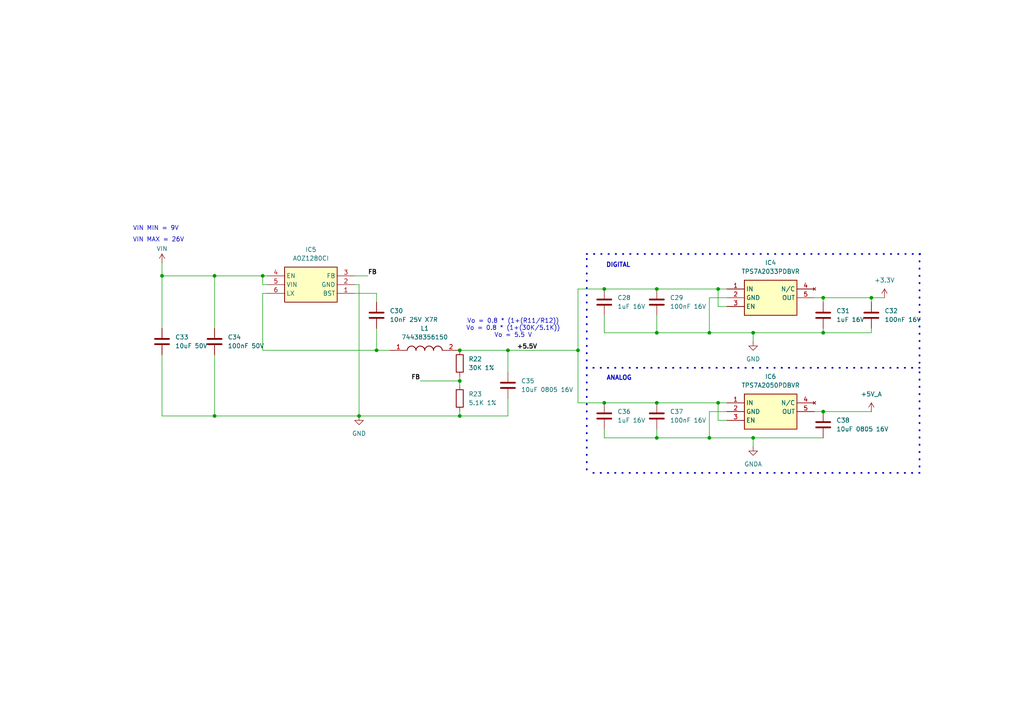
<source format=kicad_sch>
(kicad_sch (version 20231120) (generator "eeschema") (generator_version "8.0")
  (paper "A4")
  (title_block (title "Voltage Regulators") (date "2024-11-12") (rev "0.01") (company "Balanças Marques") (comment 3 "Ruben Figueiredo"))
  (lib_symbols
    (symbol "BM_KiCad_library:74438356150" (pin_names hide)
      (property "Reference" "L" (at 16.51 6.35 0))
      (property "Value" "74438356150" (at 16.51 3.81 0))
      (symbol "74438356150_1_1"
        (arc (start 7.62 0) (mid 6.35 1.219) (end 5.08 0) (stroke (width 0.254)))
        (arc (start 10.16 0) (mid 8.89 1.219) (end 7.62 0) (stroke (width 0.254)))
        (arc (start 12.7 0) (mid 11.43 1.219) (end 10.16 0) (stroke (width 0.254)))
        (arc (start 15.24 0) (mid 13.97 1.219) (end 12.7 0) (stroke (width 0.254)))
        (pin passive line (at 0 0 0) (length 5.08) (name "1") (number "1"))
        (pin passive line (at 20.32 0 180) (length 5.08) (name "2") (number "2"))
      )
    )
    (symbol "BM_KiCad_library:AOZ1280CI"
      (property "Reference" "IC" (at 21.59 7.62 0))
      (property "Value" "AOZ1280CI" (at 21.59 5.08 0))
      (symbol "AOZ1280CI_1_1"
        (rectangle (start 5.08 2.54) (end 20.32 -7.62) (stroke (width 0.254)) (fill (type background)))
        (pin passive line (at 0 0 0) (length 5.08) (name "BST") (number "1"))
        (pin passive line (at 0 -2.54 0) (length 5.08) (name "GND") (number "2"))
        (pin passive line (at 0 -5.08 0) (length 5.08) (name "FB") (number "3"))
        (pin passive line (at 25.4 -5.08 180) (length 5.08) (name "EN") (number "4"))
        (pin passive line (at 25.4 -2.54 180) (length 5.08) (name "VIN") (number "5"))
        (pin passive line (at 25.4 0 180) (length 5.08) (name "LX") (number "6"))
      )
    )
    (symbol "BM_KiCad_library:TPS7A2033PDBVR"
      (property "Reference" "IC" (at 21.59 7.62 0))
      (property "Value" "TPS7A2033PDBVR" (at 21.59 5.08 0))
      (symbol "TPS7A2033PDBVR_1_1"
        (rectangle (start 5.08 2.54) (end 20.32 -7.62) (stroke (width 0.254)) (fill (type background)))
        (pin passive line (at 0 0 0) (length 5.08) (name "IN") (number "1"))
        (pin passive line (at 0 -2.54 0) (length 5.08) (name "GND") (number "2"))
        (pin passive line (at 0 -5.08 0) (length 5.08) (name "EN") (number "3"))
        (pin no_connect line (at 25.4 0 180) (length 5.08) (name "N/C") (number "4"))
        (pin passive line (at 25.4 -2.54 180) (length 5.08) (name "OUT") (number "5"))
      )
    )
    (symbol "BM_KiCad_library:TPS7A2050PDBVR"
      (property "Reference" "IC" (at 21.59 7.62 0))
      (property "Value" "TPS7A2050PDBVR" (at 21.59 5.08 0))
      (symbol "TPS7A2050PDBVR_1_1"
        (rectangle (start 5.08 2.54) (end 20.32 -7.62) (stroke (width 0.254)) (fill (type background)))
        (pin passive line (at 0 0 0) (length 5.08) (name "IN") (number "1"))
        (pin passive line (at 0 -2.54 0) (length 5.08) (name "GND") (number "2"))
        (pin passive line (at 0 -5.08 0) (length 5.08) (name "EN") (number "3"))
        (pin no_connect line (at 25.4 0 180) (length 5.08) (name "N/C") (number "4"))
        (pin passive line (at 25.4 -2.54 180) (length 5.08) (name "OUT") (number "5"))
      )
    )
    (symbol "Device:C" (pin_numbers hide) (pin_names (offset 0.254))
      (property "Reference" "C" (at 0.635 2.54 0))
      (property "Value" "C" (at 0.635 -2.54 0))
      (symbol "C_0_1"
        (polyline (pts (xy -2.032 -0.762) (xy 2.032 -0.762)) (stroke (width 0.508)))
        (polyline (pts (xy -2.032 0.762) (xy 2.032 0.762)) (stroke (width 0.508)))
      )
      (symbol "C_1_1"
        (pin passive line (at 0 3.81 270) (length 2.794) (name "~") (number "1"))
        (pin passive line (at 0 -3.81 90) (length 2.794) (name "~") (number "2"))
      )
    )
    (symbol "Device:R" (pin_numbers hide) (pin_names (offset 0))
      (property "Reference" "R" (at 2.032 0 90))
      (property "Value" "R" (at 0 0 90))
      (symbol "R_0_1"
        (rectangle (start -1.016 -2.54) (end 1.016 2.54) (stroke (width 0.254)))
      )
      (symbol "R_1_1"
        (pin passive line (at 0 3.81 270) (length 1.27) (name "~") (number "1"))
        (pin passive line (at 0 -3.81 90) (length 1.27) (name "~") (number "2"))
      )
    )
    (symbol "power:+3.3V" (power) (pin_numbers hide) (pin_names (offset 0) hide)
      (property "Value" "+3.3V" (at 0 3.556 0))
      (symbol "+3.3V_0_1"
        (polyline (pts (xy -0.762 1.27) (xy 0 2.54)))
        (polyline (pts (xy 0 0) (xy 0 2.54)))
        (polyline (pts (xy 0 2.54) (xy 0.762 1.27)))
      )
      (symbol "+3.3V_1_1"
        (pin power_in line (at 0 0 90) (length 0) (name "~") (number "1"))
      )
    )
    (symbol "power:+5V" (power) (pin_numbers hide) (pin_names (offset 0) hide)
      (property "Value" "+5V" (at 0 3.556 0))
      (symbol "+5V_0_1"
        (polyline (pts (xy -0.762 1.27) (xy 0 2.54)))
        (polyline (pts (xy 0 0) (xy 0 2.54)))
        (polyline (pts (xy 0 2.54) (xy 0.762 1.27)))
      )
      (symbol "+5V_1_1"
        (pin power_in line (at 0 0 90) (length 0) (name "~") (number "1"))
      )
    )
    (symbol "power:+5VA" (power) (pin_numbers hide) (pin_names (offset 0) hide)
      (property "Value" "+5VA" (at 0 3.556 0))
      (symbol "+5VA_0_1"
        (polyline (pts (xy -0.762 1.27) (xy 0 2.54)))
        (polyline (pts (xy 0 0) (xy 0 2.54)))
        (polyline (pts (xy 0 2.54) (xy 0.762 1.27)))
      )
      (symbol "+5VA_1_1"
        (pin power_in line (at 0 0 90) (length 0) (name "~") (number "1"))
      )
    )
    (symbol "power:GND" (power) (pin_numbers hide) (pin_names (offset 0) hide)
      (property "Value" "GND" (at 0 -3.81 0))
      (symbol "GND_0_1"
        (polyline (pts (xy 0 0) (xy 0 -1.27) (xy 1.27 -1.27) (xy 0 -2.54) (xy -1.27 -1.27) (xy 0 -1.27)))
      )
      (symbol "GND_1_1"
        (pin power_in line (at 0 0 270) (length 0) (name "~") (number "1"))
      )
    )
    (symbol "power:GNDA" (power) (pin_numbers hide) (pin_names (offset 0) hide)
      (property "Value" "GNDA" (at 0 -3.81 0))
      (symbol "GNDA_0_1"
        (polyline (pts (xy 0 0) (xy 0 -1.27) (xy 1.27 -1.27) (xy 0 -2.54) (xy -1.27 -1.27) (xy 0 -1.27)))
      )
      (symbol "GNDA_1_1"
        (pin power_in line (at 0 0 270) (length 0) (name "~") (number "1"))
      )
    )
  )
  (junction (at 252.73 86.36))
  (junction (at 76.2 80.01))
  (junction (at 238.76 119.38))
  (junction (at 133.35 120.65))
  (junction (at 62.23 120.65))
  (junction (at 205.74 127))
  (junction (at 190.5 127))
  (junction (at 175.26 83.82))
  (junction (at 62.23 80.01))
  (junction (at 175.26 116.84))
  (junction (at 205.74 96.52))
  (junction (at 109.22 101.6))
  (junction (at 218.44 127))
  (junction (at 190.5 116.84))
  (junction (at 208.28 83.82))
  (junction (at 46.99 80.01))
  (junction (at 218.44 96.52))
  (junction (at 208.28 116.84))
  (junction (at 238.76 96.52))
  (junction (at 133.35 101.6))
  (junction (at 190.5 83.82))
  (junction (at 104.14 120.65))
  (junction (at 133.35 110.49))
  (junction (at 147.32 101.6))
  (junction (at 190.5 96.52))
  (junction (at 167.64 101.6))
  (junction (at 238.76 86.36))
  (wire (pts (xy 62.23 80.01) (xy 76.2 80.01)))
  (wire (pts (xy 208.28 83.82) (xy 210.82 83.82)))
  (wire (pts (xy 46.99 80.01) (xy 62.23 80.01)))
  (wire (pts (xy 252.73 86.36) (xy 252.73 87.63)))
  (wire (pts (xy 104.14 120.65) (xy 104.14 82.55)))
  (wire (pts (xy 175.26 116.84) (xy 190.5 116.84)))
  (wire (pts (xy 190.5 116.84) (xy 208.28 116.84)))
  (wire (pts (xy 236.22 86.36) (xy 238.76 86.36)))
  (wire (pts (xy 121.92 110.49) (xy 133.35 110.49)))
  (wire (pts (xy 175.26 124.46) (xy 175.26 127)))
  (wire (pts (xy 133.35 120.65) (xy 147.32 120.65)))
  (wire (pts (xy 167.64 116.84) (xy 175.26 116.84)))
  (wire (pts (xy 46.99 120.65) (xy 46.99 102.87)))
  (wire (pts (xy 133.35 119.38) (xy 133.35 120.65)))
  (wire (pts (xy 106.68 80.01) (xy 102.87 80.01)))
  (polyline (pts (xy 266.7 106.68) (xy 170.18 106.68)) (stroke (width 0.5) (type dot)))
  (polyline (pts (xy 170.18 106.68) (xy 170.18 137.16)) (stroke (width 0.5) (type dot)))
  (wire (pts (xy 210.82 88.9) (xy 208.28 88.9)))
  (wire (pts (xy 46.99 95.25) (xy 46.99 80.01)))
  (wire (pts (xy 46.99 76.2) (xy 46.99 80.01)))
  (wire (pts (xy 236.22 119.38) (xy 238.76 119.38)))
  (wire (pts (xy 208.28 88.9) (xy 208.28 83.82)))
  (wire (pts (xy 102.87 82.55) (xy 104.14 82.55)))
  (wire (pts (xy 252.73 86.36) (xy 256.54 86.36)))
  (wire (pts (xy 167.64 83.82) (xy 175.26 83.82)))
  (wire (pts (xy 76.2 101.6) (xy 109.22 101.6)))
  (wire (pts (xy 109.22 85.09) (xy 102.87 85.09)))
  (wire (pts (xy 190.5 127) (xy 205.74 127)))
  (wire (pts (xy 133.35 110.49) (xy 133.35 109.22)))
  (wire (pts (xy 104.14 120.65) (xy 133.35 120.65)))
  (wire (pts (xy 147.32 107.95) (xy 147.32 101.6)))
  (wire (pts (xy 76.2 85.09) (xy 77.47 85.09)))
  (polyline (pts (xy 266.7 107.95) (xy 266.7 137.16)) (stroke (width 0.5) (type dot)))
  (wire (pts (xy 208.28 121.92) (xy 208.28 116.84)))
  (wire (pts (xy 238.76 96.52) (xy 252.73 96.52)))
  (polyline (pts (xy 266.7 73.66) (xy 266.7 106.68)) (stroke (width 0.5) (type dot)))
  (wire (pts (xy 238.76 95.25) (xy 238.76 96.52)))
  (wire (pts (xy 109.22 101.6) (xy 113.03 101.6)))
  (wire (pts (xy 109.22 95.25) (xy 109.22 101.6)))
  (wire (pts (xy 252.73 95.25) (xy 252.73 96.52)))
  (wire (pts (xy 46.99 120.65) (xy 62.23 120.65)))
  (wire (pts (xy 205.74 127) (xy 218.44 127)))
  (wire (pts (xy 62.23 120.65) (xy 104.14 120.65)))
  (wire (pts (xy 133.35 111.76) (xy 133.35 110.49)))
  (polyline (pts (xy 170.18 106.68) (xy 170.18 73.66)) (stroke (width 0.5) (type dot)))
  (wire (pts (xy 238.76 119.38) (xy 252.73 119.38)))
  (wire (pts (xy 218.44 96.52) (xy 238.76 96.52)))
  (wire (pts (xy 109.22 87.63) (xy 109.22 85.09)))
  (wire (pts (xy 190.5 96.52) (xy 205.74 96.52)))
  (wire (pts (xy 147.32 115.57) (xy 147.32 120.65)))
  (wire (pts (xy 210.82 119.38) (xy 205.74 119.38)))
  (polyline (pts (xy 266.7 137.16) (xy 170.18 137.16)) (stroke (width 0.5) (type dot)))
  (wire (pts (xy 62.23 120.65) (xy 62.23 102.87)))
  (wire (pts (xy 208.28 116.84) (xy 210.82 116.84)))
  (wire (pts (xy 133.35 101.6) (xy 147.32 101.6)))
  (wire (pts (xy 167.64 83.82) (xy 167.64 101.6)))
  (wire (pts (xy 218.44 127) (xy 218.44 129.54)))
  (wire (pts (xy 76.2 85.09) (xy 76.2 101.6)))
  (wire (pts (xy 210.82 121.92) (xy 208.28 121.92)))
  (wire (pts (xy 175.26 83.82) (xy 190.5 83.82)))
  (wire (pts (xy 76.2 82.55) (xy 76.2 80.01)))
  (wire (pts (xy 76.2 80.01) (xy 77.47 80.01)))
  (wire (pts (xy 167.64 101.6) (xy 147.32 101.6)))
  (wire (pts (xy 175.26 96.52) (xy 190.5 96.52)))
  (wire (pts (xy 190.5 91.44) (xy 190.5 96.52)))
  (wire (pts (xy 190.5 83.82) (xy 208.28 83.82)))
  (wire (pts (xy 76.2 82.55) (xy 77.47 82.55)))
  (wire (pts (xy 190.5 127) (xy 190.5 124.46)))
  (wire (pts (xy 205.74 96.52) (xy 218.44 96.52)))
  (wire (pts (xy 205.74 119.38) (xy 205.74 127)))
  (wire (pts (xy 210.82 86.36) (xy 205.74 86.36)))
  (wire (pts (xy 62.23 80.01) (xy 62.23 95.25)))
  (polyline (pts (xy 170.18 73.66) (xy 266.954 73.66)) (stroke (width 0.5) (type dot)))
  (wire (pts (xy 205.74 86.36) (xy 205.74 96.52)))
  (wire (pts (xy 175.26 96.52) (xy 175.26 91.44)))
  (wire (pts (xy 238.76 86.36) (xy 252.73 86.36)))
  (wire (pts (xy 238.76 86.36) (xy 238.76 87.63)))
  (wire (pts (xy 218.44 96.52) (xy 218.44 99.06)))
  (wire (pts (xy 218.44 127) (xy 238.76 127)))
  (wire (pts (xy 175.26 127) (xy 190.5 127)))
  (wire (pts (xy 167.64 116.84) (xy 167.64 101.6)))
  (text "Vo = 0.8 * (1+(R11/R12))\nVo = 0.8 * (1+(30K/5.1K))\nVo = 5.5 V" (at 148.844 95.25 0) (effects (font (size 1.27 1.27))))
  (text "VIN MIN = 9V" (at 45.212 66.294 0) (effects (font (size 1.27 1.27))))
  (text "ANALOG" (at 179.578 109.728 0) (effects (font (size 1.27 1.27) (thickness 0.254) (bold yes))))
  (text "DIGITAL" (at 179.324 76.962 0) (effects (font (size 1.27 1.27) (thickness 0.254) (bold yes))))
  (text "VIN MAX = 26V" (at 45.974 69.596 0) (effects (font (size 1.27 1.27))))
  (label "FB" (at 106.68 80.01 0) (effects (font (bold yes))))
  (label "+5.5V" (at 149.86 101.6 0) (effects (font (bold yes))))
  (label "FB" (at 121.92 110.49 180) (effects (font (bold yes))))
  (symbol (lib_id "BM_KiCad_library:74438356150") (at 113.03 101.6 0) (unit 1)
    (property "Reference" "L1" (at 123.19 95.25 0))
    (property "Value" "74438356150" (at 123.19 97.79 0))
    (property "Footprint" "BM_KiCad_Library:74438356150" (effects (hide yes)))
    (property "Datasheet" "https://www.we-online.com/catalog/datasheet/74438356150.pdf" (effects (hide yes)))
    (property "Description" "WURTH ELEKTRONIK - 74438356150 - Power Inductor (SMD), 15 H, 1.9 A, Shielded, 2.1 A, WE-MAPI Series, 4.1mm x 4.1mm x 2.1mm" (effects (hide yes)))
    (property "Height" "2.1" (effects (hide yes)))
    (property "Manufacturer_Name" "Wurth Elektronik" (effects (hide yes)))
    (property "Manufacturer_Part_Number" "74438356150" (effects (hide yes)))
  )
  (symbol (lib_id "Device:C") (at 62.23 99.06 0) (unit 1)
    (property "Reference" "C34" (at 66.04 97.79 0) (effects (justify left)))
    (property "Value" "100nF 50V" (at 66.04 100.33 0) (effects (justify left)))
    (property "Footprint" "Capacitor_SMD:C_0603_1608Metric" (effects (hide yes)))
    (property "Description" "Unpolarized capacitor" (effects (hide yes)))
  )
  (symbol (lib_id "BM_KiCad_library:TPS7A2050PDBVR") (at 210.82 116.84 0) (unit 1)
    (property "Reference" "IC6" (at 223.52 109.22 0))
    (property "Value" "TPS7A2050PDBVR" (at 223.52 111.76 0))
    (property "Footprint" "BM_KiCad_Library:SOT23 (5-Pin)" (effects (hide yes)))
    (property "Datasheet" "https://www.ti.com/lit/gpn/tps7a20?HQS=ti-null-null-sf-df-pf-sep-wwe&DCM=yes" (effects (hide yes)))
    (property "Description" "LDO Voltage Regulators 300-mA, ultra-low-noise, low-IQ, low-dropout (LDO) linear regulator with high PSRR" (effects (hide yes)))
    (property "Height" "1.45" (effects (hide yes)))
    (property "Manufacturer_Name" "Texas Instruments" (effects (hide yes)))
    (property "Manufacturer_Part_Number" "TPS7A2050PDBVR" (effects (hide yes)))
    (property "Arrow Part Number" "TPS7A2050PDBVR" (effects (hide yes)))
    (property "Arrow Price/Stock" "https://www.arrow.com/en/products/tps7a2050pdbvr/texas-instruments?region=nac" (effects (hide yes)))
  )
  (symbol (lib_id "power:GND") (at 218.44 99.06 0) (unit 1)
    (property "Reference" "#PWR054" (effects (hide yes)))
    (property "Value" "GND" (at 218.44 104.14 0))
    (property "Description" "Power symbol creates a global label with name \"GND\" , ground" (effects (hide yes)))
  )
  (symbol (lib_id "power:+5VA") (at 252.73 119.38 0) (unit 1)
    (property "Reference" "#PWR055" (effects (hide yes)))
    (property "Value" "+5V_A" (at 252.73 114.3 0))
    (property "Description" "Power symbol creates a global label with name \"+5VA\"" (effects (hide yes)))
  )
  (symbol (lib_id "power:GNDA") (at 218.44 129.54 0) (unit 1)
    (property "Reference" "#PWR057" (effects (hide yes)))
    (property "Value" "GNDA" (at 218.44 134.62 0))
    (property "Description" "Power symbol creates a global label with name \"GNDA\" , analog ground" (effects (hide yes)))
  )
  (symbol (lib_id "Device:C") (at 238.76 91.44 0) (unit 1)
    (property "Reference" "C31" (at 242.57 90.17 0) (effects (justify left)))
    (property "Value" "1uF 16V" (at 242.57 92.71 0) (effects (justify left)))
    (property "Footprint" "Capacitor_SMD:C_0402_1005Metric" (effects (hide yes)))
    (property "Description" "Unpolarized capacitor" (effects (hide yes)))
  )
  (symbol (lib_id "Device:R") (at 133.35 115.57 0) (unit 1)
    (property "Reference" "R23" (at 135.89 114.3 0) (effects (justify left)))
    (property "Value" "5.1K 1%" (at 135.89 116.84 0) (effects (justify left)))
    (property "Footprint" "PCM_Resistor_SMD_AKL:R_0402_1005Metric_Pad0.72x0.64mm" (effects (hide yes)))
    (property "Description" "Resistor" (effects (hide yes)))
  )
  (symbol (lib_id "Device:C") (at 109.22 91.44 0) (unit 1)
    (property "Reference" "C30" (at 113.03 90.17 0) (effects (justify left)))
    (property "Value" "10nF 25V X7R" (at 113.03 92.71 0) (effects (justify left)))
    (property "Footprint" "Capacitor_SMD:C_0402_1005Metric" (effects (hide yes)))
    (property "Description" "Unpolarized capacitor" (effects (hide yes)))
  )
  (symbol (lib_id "Device:C") (at 238.76 123.19 0) (unit 1)
    (property "Reference" "C38" (at 242.57 121.92 0) (effects (justify left)))
    (property "Value" "10uF 0805 16V" (at 242.57 124.46 0) (effects (justify left)))
    (property "Footprint" "Capacitor_SMD:C_0805_2012Metric" (effects (hide yes)))
    (property "Description" "Unpolarized capacitor" (effects (hide yes)))
  )
  (symbol (lib_id "BM_KiCad_library:AOZ1280CI") (at 102.87 85.09 180) (unit 1)
    (property "Reference" "IC5" (at 90.17 72.39 0))
    (property "Value" "AOZ1280CI" (at 90.17 74.93 0))
    (property "Footprint" "BM_KiCad_Library:SOT23-6" (effects (hide yes)))
    (property "Datasheet" "http://www.aosmd.com/res/data_sheets/AOZ1280CI.pdf" (effects (hide yes)))
    (property "Description" "The AOZ1280 is a high efficiency, simple to use, 1.2 A buck regulator which is flexible enough to be optimized for a variety of applications. The AOZ1280 operates from a 3 V to 26 V input voltage range, and provides up to 1.2 A of continuous output current. The output voltage is adjustable down to 0.8 V. The fixed 1.5 MHz PWM switching frequency reduces inductor size." (effects (hide yes)))
    (property "Height" "1.25" (effects (hide yes)))
    (property "Manufacturer_Name" "Alpha & Omega Semiconductors" (effects (hide yes)))
    (property "Manufacturer_Part_Number" "AOZ1280CI" (effects (hide yes)))
  )
  (symbol (lib_id "power:+3.3V") (at 256.54 86.36 0) (unit 1)
    (property "Reference" "#PWR053" (effects (hide yes)))
    (property "Value" "+3.3V" (at 256.54 81.28 0))
    (property "Description" "Power symbol creates a global label with name \"+3.3V\"" (effects (hide yes)))
  )
  (symbol (lib_id "Device:C") (at 252.73 91.44 0) (unit 1)
    (property "Reference" "C32" (at 256.54 90.17 0) (effects (justify left)))
    (property "Value" "100nF 16V" (at 256.54 92.71 0) (effects (justify left)))
    (property "Footprint" "Capacitor_SMD:C_0402_1005Metric_Pad0.74x0.62mm_HandSolder" (effects (hide yes)))
    (property "Description" "16V 0.1uF X7R 0402 20%" (effects (hide yes)))
  )
  (symbol (lib_id "Device:R") (at 133.35 105.41 0) (unit 1)
    (property "Reference" "R22" (at 135.89 104.14 0) (effects (justify left)))
    (property "Value" "30K 1%" (at 135.89 106.68 0) (effects (justify left)))
    (property "Footprint" "PCM_Resistor_SMD_AKL:R_0402_1005Metric_Pad0.72x0.64mm" (effects (hide yes)))
    (property "Description" "Resistor" (effects (hide yes)))
  )
  (symbol (lib_id "power:+5V") (at 46.99 76.2 0) (unit 1)
    (property "Reference" "#PWR052" (effects (hide yes)))
    (property "Value" "VIN" (at 46.99 72.136 0))
    (property "Description" "Power symbol creates a global label with name \"+5V\"" (effects (hide yes)))
  )
  (symbol (lib_id "power:GND") (at 104.14 120.65 0) (unit 1)
    (property "Reference" "#PWR056" (effects (hide yes)))
    (property "Value" "GND" (at 104.14 125.73 0))
    (property "Description" "Power symbol creates a global label with name \"GND\" , ground" (effects (hide yes)))
  )
  (symbol (lib_id "Device:C") (at 175.26 87.63 0) (unit 1)
    (property "Reference" "C28" (at 179.07 86.36 0) (effects (justify left)))
    (property "Value" "1uF 16V" (at 179.07 88.9 0) (effects (justify left)))
    (property "Footprint" "Capacitor_SMD:C_0402_1005Metric" (effects (hide yes)))
    (property "Description" "Unpolarized capacitor" (effects (hide yes)))
  )
  (symbol (lib_id "Device:C") (at 190.5 120.65 0) (unit 1)
    (property "Reference" "C37" (at 194.31 119.38 0) (effects (justify left)))
    (property "Value" "100nF 16V" (at 194.31 121.92 0) (effects (justify left)))
    (property "Footprint" "Capacitor_SMD:C_0402_1005Metric" (effects (hide yes)))
    (property "Description" "Unpolarized capacitor" (effects (hide yes)))
  )
  (symbol (lib_id "Device:C") (at 147.32 111.76 0) (unit 1)
    (property "Reference" "C35" (at 151.13 110.49 0) (effects (justify left)))
    (property "Value" "10uF 0805 16V" (at 151.13 113.03 0) (effects (justify left)))
    (property "Footprint" "Capacitor_SMD:C_0805_2012Metric" (effects (hide yes)))
    (property "Description" "Unpolarized capacitor" (effects (hide yes)))
  )
  (symbol (lib_id "Device:C") (at 175.26 120.65 0) (unit 1)
    (property "Reference" "C36" (at 179.07 119.38 0) (effects (justify left)))
    (property "Value" "1uF 16V" (at 179.07 121.92 0) (effects (justify left)))
    (property "Footprint" "Capacitor_SMD:C_0402_1005Metric" (effects (hide yes)))
    (property "Description" "Unpolarized capacitor" (effects (hide yes)))
  )
  (symbol (lib_id "BM_KiCad_library:TPS7A2033PDBVR") (at 210.82 83.82 0) (unit 1)
    (property "Reference" "IC4" (at 223.52 76.2 0))
    (property "Value" "TPS7A2033PDBVR" (at 223.52 78.74 0))
    (property "Footprint" "BM_KiCad_Library:SOT23 (5-Pin)" (effects (hide yes)))
    (property "Datasheet" "https://www.ti.com/lit/ds/symlink/tps7a20.pdf?ts=1603960048570&ref_url=https%253A%252F%252Fwww.ti.com%252Fstore%252Fti%252Fen%252Fp%252Fproduct%252F%253Fp%253DPTPS7A2045PDQNR%2526keyMatch%253DPTPS7A2045PDQNR%2526tisearch%253DSearch-EN-everything" (effects (hide yes)))
    (property "Description" "300-mA, Ultra-Low-Noise, Low-IQ, High PSRR LDO" (effects (hide yes)))
    (property "Height" "1.45" (effects (hide yes)))
    (property "Manufacturer_Name" "Texas Instruments" (effects (hide yes)))
    (property "Manufacturer_Part_Number" "TPS7A2033PDBVR" (effects (hide yes)))
    (property "Arrow Part Number" "TPS7A2033PDBVR" (effects (hide yes)))
    (property "Arrow Price/Stock" "https://www.arrow.com/en/products/tps7a2033pdbvr/texas-instruments?region=nac" (effects (hide yes)))
  )
  (symbol (lib_id "Device:C") (at 190.5 87.63 0) (unit 1)
    (property "Reference" "C29" (at 194.31 86.36 0) (effects (justify left)))
    (property "Value" "100nF 16V" (at 194.31 88.9 0) (effects (justify left)))
    (property "Footprint" "Capacitor_SMD:C_0402_1005Metric" (effects (hide yes)))
    (property "Description" "Unpolarized capacitor" (effects (hide yes)))
  )
  (symbol (lib_id "Device:C") (at 46.99 99.06 0) (unit 1)
    (property "Reference" "C33" (at 50.8 97.79 0) (effects (justify left)))
    (property "Value" "10uF 50V" (at 50.8 100.33 0) (effects (justify left)))
    (property "Footprint" "Capacitor_SMD:C_0805_2012Metric" (effects (hide yes)))
    (property "Description" "Unpolarized capacitor" (effects (hide yes)))
  )
)
</source>
